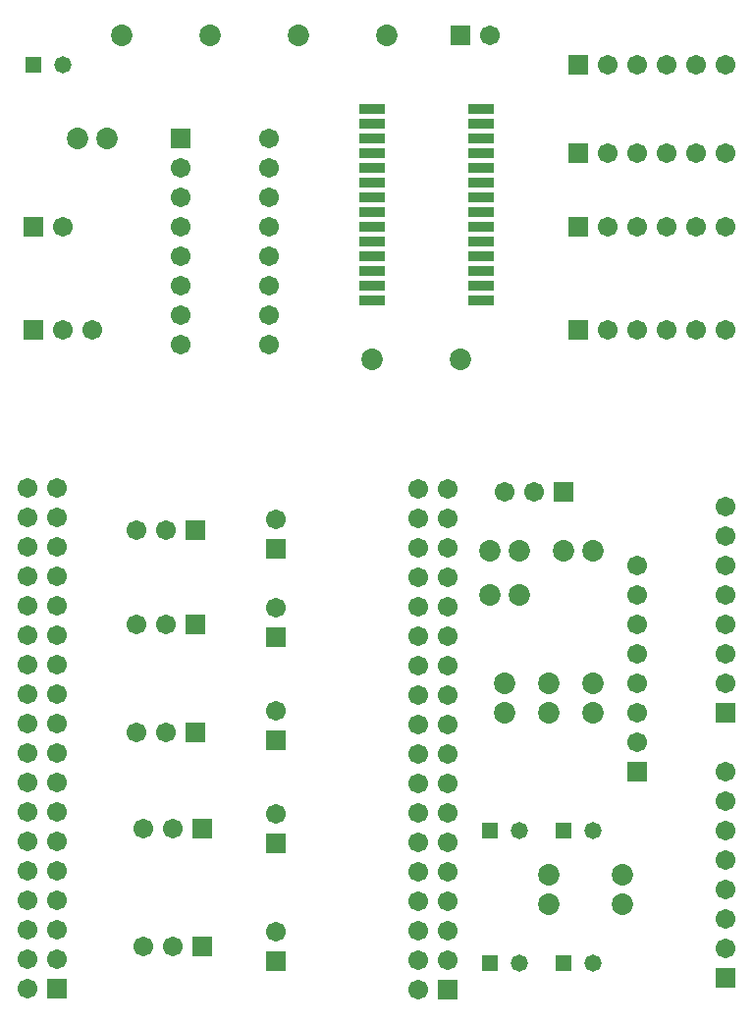
<source format=gbr>
G04 DipTrace 2.4.0.2*
%INTopMask.gbr*%
%MOIN*%
%ADD28R,0.0868X0.0317*%
%ADD30C,0.0671*%
%ADD32R,0.0671X0.0671*%
%ADD34R,0.058X0.058*%
%ADD36C,0.058*%
%ADD38C,0.073*%
%FSLAX44Y44*%
G04*
G70*
G90*
G75*
G01*
%LNTopMask*%
%LPD*%
D38*
X14940Y37940D3*
X17940D3*
X8940D3*
X11940D3*
X17440Y26940D3*
X20440D3*
D36*
X6940Y36940D3*
D34*
X5940D3*
D32*
Y27940D3*
D30*
X6940D3*
X7940D3*
D32*
X5940Y31440D3*
D30*
X6940D3*
D32*
X24440Y36940D3*
D30*
X25440D3*
X26440D3*
X27440D3*
X28440D3*
X29440D3*
D32*
X24440Y33940D3*
D30*
X25440D3*
X26440D3*
X27440D3*
X28440D3*
X29440D3*
D32*
X24440Y31440D3*
D30*
X25440D3*
X26440D3*
X27440D3*
X28440D3*
X29440D3*
D32*
X24440Y27940D3*
D30*
X25440D3*
X26440D3*
X27440D3*
X28440D3*
X29440D3*
D32*
X20440Y37940D3*
D30*
X21440D3*
D38*
X7440Y34440D3*
X8440D3*
D28*
X17440Y35440D3*
Y34940D3*
Y34440D3*
Y33940D3*
Y33440D3*
Y32940D3*
Y32440D3*
Y31940D3*
Y31440D3*
Y30940D3*
Y30440D3*
Y29940D3*
Y29440D3*
Y28940D3*
X21141D3*
Y29440D3*
Y29940D3*
Y30440D3*
Y30940D3*
Y31440D3*
Y31940D3*
Y32440D3*
Y32940D3*
Y33440D3*
Y33940D3*
Y34440D3*
Y34940D3*
Y35440D3*
D32*
X10940Y34440D3*
D30*
Y33440D3*
Y32440D3*
Y31440D3*
Y30440D3*
Y29440D3*
Y28440D3*
Y27440D3*
X13940D3*
Y28440D3*
Y29440D3*
Y30440D3*
Y31440D3*
Y32440D3*
Y33440D3*
Y34440D3*
D36*
X24940Y6440D3*
D34*
X23940D3*
D36*
X22440D3*
D34*
X21440D3*
D36*
X22440Y10940D3*
D34*
X21440D3*
D36*
X24940D3*
D34*
X23940D3*
D32*
X29440Y5940D3*
D30*
Y6940D3*
Y7940D3*
Y8940D3*
Y9940D3*
Y10940D3*
Y11940D3*
Y12940D3*
D32*
X20030Y5530D3*
D30*
X19030D3*
X20030Y6530D3*
X19030D3*
X20030Y7530D3*
X19030D3*
X20030Y8530D3*
X19030D3*
X20030Y9530D3*
X19030D3*
X20030Y10530D3*
X19030D3*
X20030Y11530D3*
X19030D3*
X20030Y12530D3*
X19030D3*
X20030Y13530D3*
X19030D3*
X20030Y14530D3*
X19030D3*
X20030Y15530D3*
X19030D3*
X20030Y16530D3*
X19030D3*
X20030Y17530D3*
X19030D3*
X20030Y18530D3*
X19030D3*
X20030Y19530D3*
X19030D3*
X20030Y20530D3*
X19030D3*
X20030Y21530D3*
X19030D3*
X20030Y22530D3*
X19030D3*
D32*
X29440Y14940D3*
D30*
Y15940D3*
Y16940D3*
Y17940D3*
Y18940D3*
Y19940D3*
Y20940D3*
Y21940D3*
D32*
X26440Y12940D3*
D30*
Y13940D3*
Y14940D3*
Y15940D3*
Y16940D3*
Y17940D3*
Y18940D3*
Y19940D3*
D32*
X23940Y22440D3*
D30*
X22940D3*
X21940D3*
D38*
X22440Y20440D3*
X21440D3*
X22440Y18940D3*
X21440D3*
X24940Y20440D3*
X23940D3*
X23440Y14940D3*
Y15940D3*
X24940Y14940D3*
Y15940D3*
X21940Y14940D3*
Y15940D3*
X23440Y8440D3*
Y9440D3*
X25940Y8440D3*
Y9440D3*
D32*
X6760Y5580D3*
D30*
X5760D3*
X6760Y6580D3*
X5760D3*
X6760Y7580D3*
X5760D3*
X6760Y8580D3*
X5760D3*
X6760Y9580D3*
X5760D3*
X6760Y10580D3*
X5760D3*
X6760Y11580D3*
X5760D3*
X6760Y12580D3*
X5760D3*
X6760Y13580D3*
X5760D3*
X6760Y14580D3*
X5760D3*
X6760Y15580D3*
X5760D3*
X6760Y16580D3*
X5760D3*
X6760Y17580D3*
X5760D3*
X6760Y18580D3*
X5760D3*
X6760Y19580D3*
X5760D3*
X6760Y20580D3*
X5760D3*
X6760Y21580D3*
X5760D3*
X6760Y22580D3*
X5760D3*
D32*
X11670Y6990D3*
D30*
X10670D3*
X9670D3*
D32*
X14170Y20490D3*
D30*
Y21490D3*
D32*
X11440Y14260D3*
D30*
X10440D3*
X9440D3*
D32*
X14170Y6490D3*
D30*
Y7490D3*
D32*
X11440Y17940D3*
D30*
X10440D3*
X9440D3*
D32*
X14170Y10490D3*
D30*
Y11490D3*
D32*
X11440Y21120D3*
D30*
X10440D3*
X9440D3*
D32*
X14170Y13990D3*
D30*
Y14990D3*
D32*
X11670Y10990D3*
D30*
X10670D3*
X9670D3*
D32*
X14170Y17490D3*
D30*
Y18490D3*
M02*

</source>
